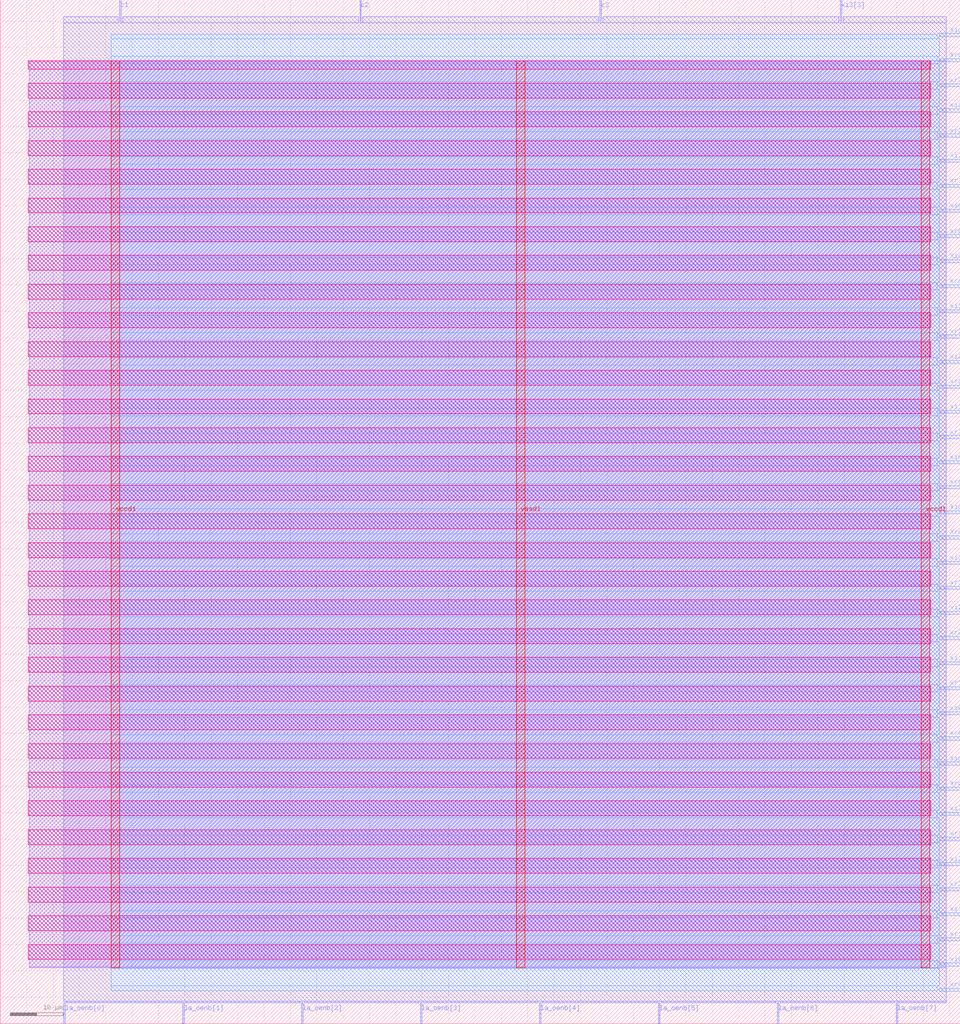
<source format=lef>
VERSION 5.7 ;
  NOWIREEXTENSIONATPIN ON ;
  DIVIDERCHAR "/" ;
  BUSBITCHARS "[]" ;
MACRO R4_butter
  CLASS BLOCK ;
  FOREIGN R4_butter ;
  ORIGIN 0.000 0.000 ;
  SIZE 182.000 BY 194.000 ;
  PIN Xio[0]
    DIRECTION OUTPUT TRISTATE ;
    USE SIGNAL ;
    PORT
      LAYER met3 ;
        RECT 178.000 49.000 182.000 49.600 ;
    END
  END Xio[0]
  PIN Xio[1]
    DIRECTION OUTPUT TRISTATE ;
    USE SIGNAL ;
    PORT
      LAYER met3 ;
        RECT 178.000 96.600 182.000 97.200 ;
    END
  END Xio[1]
  PIN Xio[2]
    DIRECTION OUTPUT TRISTATE ;
    USE SIGNAL ;
    PORT
      LAYER met3 ;
        RECT 178.000 144.200 182.000 144.800 ;
    END
  END Xio[2]
  PIN Xio[3]
    DIRECTION OUTPUT TRISTATE ;
    USE SIGNAL ;
    PORT
      LAYER met3 ;
        RECT 178.000 187.040 182.000 187.640 ;
    END
  END Xio[3]
  PIN Xro[0]
    DIRECTION OUTPUT TRISTATE ;
    USE SIGNAL ;
    PORT
      LAYER met3 ;
        RECT 178.000 44.240 182.000 44.840 ;
    END
  END Xro[0]
  PIN Xro[1]
    DIRECTION OUTPUT TRISTATE ;
    USE SIGNAL ;
    PORT
      LAYER met3 ;
        RECT 178.000 91.840 182.000 92.440 ;
    END
  END Xro[1]
  PIN Xro[2]
    DIRECTION OUTPUT TRISTATE ;
    USE SIGNAL ;
    PORT
      LAYER met3 ;
        RECT 178.000 139.440 182.000 140.040 ;
    END
  END Xro[2]
  PIN Xro[3]
    DIRECTION OUTPUT TRISTATE ;
    USE SIGNAL ;
    PORT
      LAYER met3 ;
        RECT 178.000 182.280 182.000 182.880 ;
    END
  END Xro[3]
  PIN c1
    DIRECTION INPUT ;
    USE SIGNAL ;
    PORT
      LAYER met2 ;
        RECT 22.630 190.000 22.910 194.000 ;
    END
  END c1
  PIN c2
    DIRECTION INPUT ;
    USE SIGNAL ;
    PORT
      LAYER met2 ;
        RECT 68.170 190.000 68.450 194.000 ;
    END
  END c2
  PIN c3
    DIRECTION INPUT ;
    USE SIGNAL ;
    PORT
      LAYER met2 ;
        RECT 113.710 190.000 113.990 194.000 ;
    END
  END c3
  PIN la_oenb[0]
    DIRECTION OUTPUT TRISTATE ;
    USE SIGNAL ;
    PORT
      LAYER met2 ;
        RECT 12.050 0.000 12.330 4.000 ;
    END
  END la_oenb[0]
  PIN la_oenb[1]
    DIRECTION OUTPUT TRISTATE ;
    USE SIGNAL ;
    PORT
      LAYER met2 ;
        RECT 34.590 0.000 34.870 4.000 ;
    END
  END la_oenb[1]
  PIN la_oenb[2]
    DIRECTION OUTPUT TRISTATE ;
    USE SIGNAL ;
    PORT
      LAYER met2 ;
        RECT 57.130 0.000 57.410 4.000 ;
    END
  END la_oenb[2]
  PIN la_oenb[3]
    DIRECTION OUTPUT TRISTATE ;
    USE SIGNAL ;
    PORT
      LAYER met2 ;
        RECT 79.670 0.000 79.950 4.000 ;
    END
  END la_oenb[3]
  PIN la_oenb[4]
    DIRECTION OUTPUT TRISTATE ;
    USE SIGNAL ;
    PORT
      LAYER met2 ;
        RECT 102.210 0.000 102.490 4.000 ;
    END
  END la_oenb[4]
  PIN la_oenb[5]
    DIRECTION OUTPUT TRISTATE ;
    USE SIGNAL ;
    PORT
      LAYER met2 ;
        RECT 124.750 0.000 125.030 4.000 ;
    END
  END la_oenb[5]
  PIN la_oenb[6]
    DIRECTION OUTPUT TRISTATE ;
    USE SIGNAL ;
    PORT
      LAYER met2 ;
        RECT 147.290 0.000 147.570 4.000 ;
    END
  END la_oenb[6]
  PIN la_oenb[7]
    DIRECTION OUTPUT TRISTATE ;
    USE SIGNAL ;
    PORT
      LAYER met2 ;
        RECT 169.830 0.000 170.110 4.000 ;
    END
  END la_oenb[7]
  PIN vccd1
    DIRECTION INOUT ;
    USE POWER ;
    PORT
      LAYER met4 ;
        RECT 21.040 10.640 22.640 182.480 ;
    END
    PORT
      LAYER met4 ;
        RECT 174.640 10.640 176.240 182.480 ;
    END
  END vccd1
  PIN vssd1
    DIRECTION INOUT ;
    USE GROUND ;
    PORT
      LAYER met4 ;
        RECT 97.840 10.640 99.440 182.480 ;
    END
  END vssd1
  PIN xi0[0]
    DIRECTION INPUT ;
    USE SIGNAL ;
    PORT
      LAYER met3 ;
        RECT 178.000 10.920 182.000 11.520 ;
    END
  END xi0[0]
  PIN xi0[1]
    DIRECTION INPUT ;
    USE SIGNAL ;
    PORT
      LAYER met3 ;
        RECT 178.000 58.520 182.000 59.120 ;
    END
  END xi0[1]
  PIN xi0[2]
    DIRECTION INPUT ;
    USE SIGNAL ;
    PORT
      LAYER met3 ;
        RECT 178.000 106.120 182.000 106.720 ;
    END
  END xi0[2]
  PIN xi0[3]
    DIRECTION INPUT ;
    USE SIGNAL ;
    PORT
      LAYER met3 ;
        RECT 178.000 153.720 182.000 154.320 ;
    END
  END xi0[3]
  PIN xi1[0]
    DIRECTION INPUT ;
    USE SIGNAL ;
    PORT
      LAYER met3 ;
        RECT 178.000 20.440 182.000 21.040 ;
    END
  END xi1[0]
  PIN xi1[1]
    DIRECTION INPUT ;
    USE SIGNAL ;
    PORT
      LAYER met3 ;
        RECT 178.000 68.040 182.000 68.640 ;
    END
  END xi1[1]
  PIN xi1[2]
    DIRECTION INPUT ;
    USE SIGNAL ;
    PORT
      LAYER met3 ;
        RECT 178.000 115.640 182.000 116.240 ;
    END
  END xi1[2]
  PIN xi1[3]
    DIRECTION INPUT ;
    USE SIGNAL ;
    PORT
      LAYER met3 ;
        RECT 178.000 163.240 182.000 163.840 ;
    END
  END xi1[3]
  PIN xi2[0]
    DIRECTION INPUT ;
    USE SIGNAL ;
    PORT
      LAYER met3 ;
        RECT 178.000 29.960 182.000 30.560 ;
    END
  END xi2[0]
  PIN xi2[1]
    DIRECTION INPUT ;
    USE SIGNAL ;
    PORT
      LAYER met3 ;
        RECT 178.000 77.560 182.000 78.160 ;
    END
  END xi2[1]
  PIN xi2[2]
    DIRECTION INPUT ;
    USE SIGNAL ;
    PORT
      LAYER met3 ;
        RECT 178.000 125.160 182.000 125.760 ;
    END
  END xi2[2]
  PIN xi2[3]
    DIRECTION INPUT ;
    USE SIGNAL ;
    PORT
      LAYER met3 ;
        RECT 178.000 172.760 182.000 173.360 ;
    END
  END xi2[3]
  PIN xi3[0]
    DIRECTION INPUT ;
    USE SIGNAL ;
    PORT
      LAYER met3 ;
        RECT 178.000 39.480 182.000 40.080 ;
    END
  END xi3[0]
  PIN xi3[1]
    DIRECTION INPUT ;
    USE SIGNAL ;
    PORT
      LAYER met3 ;
        RECT 178.000 87.080 182.000 87.680 ;
    END
  END xi3[1]
  PIN xi3[2]
    DIRECTION INPUT ;
    USE SIGNAL ;
    PORT
      LAYER met3 ;
        RECT 178.000 134.680 182.000 135.280 ;
    END
  END xi3[2]
  PIN xi3[3]
    DIRECTION INPUT ;
    USE SIGNAL ;
    PORT
      LAYER met2 ;
        RECT 159.250 190.000 159.530 194.000 ;
    END
  END xi3[3]
  PIN xr0[0]
    DIRECTION INPUT ;
    USE SIGNAL ;
    PORT
      LAYER met3 ;
        RECT 178.000 6.160 182.000 6.760 ;
    END
  END xr0[0]
  PIN xr0[1]
    DIRECTION INPUT ;
    USE SIGNAL ;
    PORT
      LAYER met3 ;
        RECT 178.000 53.760 182.000 54.360 ;
    END
  END xr0[1]
  PIN xr0[2]
    DIRECTION INPUT ;
    USE SIGNAL ;
    PORT
      LAYER met3 ;
        RECT 178.000 101.360 182.000 101.960 ;
    END
  END xr0[2]
  PIN xr0[3]
    DIRECTION INPUT ;
    USE SIGNAL ;
    PORT
      LAYER met3 ;
        RECT 178.000 148.960 182.000 149.560 ;
    END
  END xr0[3]
  PIN xr1[0]
    DIRECTION INPUT ;
    USE SIGNAL ;
    PORT
      LAYER met3 ;
        RECT 178.000 15.680 182.000 16.280 ;
    END
  END xr1[0]
  PIN xr1[1]
    DIRECTION INPUT ;
    USE SIGNAL ;
    PORT
      LAYER met3 ;
        RECT 178.000 63.280 182.000 63.880 ;
    END
  END xr1[1]
  PIN xr1[2]
    DIRECTION INPUT ;
    USE SIGNAL ;
    PORT
      LAYER met3 ;
        RECT 178.000 110.880 182.000 111.480 ;
    END
  END xr1[2]
  PIN xr1[3]
    DIRECTION INPUT ;
    USE SIGNAL ;
    PORT
      LAYER met3 ;
        RECT 178.000 158.480 182.000 159.080 ;
    END
  END xr1[3]
  PIN xr2[0]
    DIRECTION INPUT ;
    USE SIGNAL ;
    PORT
      LAYER met3 ;
        RECT 178.000 25.200 182.000 25.800 ;
    END
  END xr2[0]
  PIN xr2[1]
    DIRECTION INPUT ;
    USE SIGNAL ;
    PORT
      LAYER met3 ;
        RECT 178.000 72.800 182.000 73.400 ;
    END
  END xr2[1]
  PIN xr2[2]
    DIRECTION INPUT ;
    USE SIGNAL ;
    PORT
      LAYER met3 ;
        RECT 178.000 120.400 182.000 121.000 ;
    END
  END xr2[2]
  PIN xr2[3]
    DIRECTION INPUT ;
    USE SIGNAL ;
    PORT
      LAYER met3 ;
        RECT 178.000 168.000 182.000 168.600 ;
    END
  END xr2[3]
  PIN xr3[0]
    DIRECTION INPUT ;
    USE SIGNAL ;
    PORT
      LAYER met3 ;
        RECT 178.000 34.720 182.000 35.320 ;
    END
  END xr3[0]
  PIN xr3[1]
    DIRECTION INPUT ;
    USE SIGNAL ;
    PORT
      LAYER met3 ;
        RECT 178.000 82.320 182.000 82.920 ;
    END
  END xr3[1]
  PIN xr3[2]
    DIRECTION INPUT ;
    USE SIGNAL ;
    PORT
      LAYER met3 ;
        RECT 178.000 129.920 182.000 130.520 ;
    END
  END xr3[2]
  PIN xr3[3]
    DIRECTION INPUT ;
    USE SIGNAL ;
    PORT
      LAYER met3 ;
        RECT 178.000 177.520 182.000 178.120 ;
    END
  END xr3[3]
  OBS
      LAYER nwell ;
        RECT 5.330 180.825 176.370 182.430 ;
        RECT 5.330 175.385 176.370 178.215 ;
        RECT 5.330 169.945 176.370 172.775 ;
        RECT 5.330 164.505 176.370 167.335 ;
        RECT 5.330 159.065 176.370 161.895 ;
        RECT 5.330 153.625 176.370 156.455 ;
        RECT 5.330 148.185 176.370 151.015 ;
        RECT 5.330 142.745 176.370 145.575 ;
        RECT 5.330 137.305 176.370 140.135 ;
        RECT 5.330 131.865 176.370 134.695 ;
        RECT 5.330 126.425 176.370 129.255 ;
        RECT 5.330 120.985 176.370 123.815 ;
        RECT 5.330 115.545 176.370 118.375 ;
        RECT 5.330 110.105 176.370 112.935 ;
        RECT 5.330 104.665 176.370 107.495 ;
        RECT 5.330 99.225 176.370 102.055 ;
        RECT 5.330 93.785 176.370 96.615 ;
        RECT 5.330 88.345 176.370 91.175 ;
        RECT 5.330 82.905 176.370 85.735 ;
        RECT 5.330 77.465 176.370 80.295 ;
        RECT 5.330 72.025 176.370 74.855 ;
        RECT 5.330 66.585 176.370 69.415 ;
        RECT 5.330 61.145 176.370 63.975 ;
        RECT 5.330 55.705 176.370 58.535 ;
        RECT 5.330 50.265 176.370 53.095 ;
        RECT 5.330 44.825 176.370 47.655 ;
        RECT 5.330 39.385 176.370 42.215 ;
        RECT 5.330 33.945 176.370 36.775 ;
        RECT 5.330 28.505 176.370 31.335 ;
        RECT 5.330 23.065 176.370 25.895 ;
        RECT 5.330 17.625 176.370 20.455 ;
        RECT 5.330 12.185 176.370 15.015 ;
      LAYER li1 ;
        RECT 5.520 10.795 176.180 182.325 ;
      LAYER met1 ;
        RECT 5.520 10.640 179.330 182.480 ;
      LAYER met2 ;
        RECT 12.060 189.720 22.350 190.810 ;
        RECT 23.190 189.720 67.890 190.810 ;
        RECT 68.730 189.720 113.430 190.810 ;
        RECT 114.270 189.720 158.970 190.810 ;
        RECT 159.810 189.720 179.300 190.810 ;
        RECT 12.060 4.280 179.300 189.720 ;
        RECT 12.610 4.000 34.310 4.280 ;
        RECT 35.150 4.000 56.850 4.280 ;
        RECT 57.690 4.000 79.390 4.280 ;
        RECT 80.230 4.000 101.930 4.280 ;
        RECT 102.770 4.000 124.470 4.280 ;
        RECT 125.310 4.000 147.010 4.280 ;
        RECT 147.850 4.000 169.550 4.280 ;
        RECT 170.390 4.000 179.300 4.280 ;
      LAYER met3 ;
        RECT 21.050 186.640 177.600 187.505 ;
        RECT 21.050 183.280 178.000 186.640 ;
        RECT 21.050 181.880 177.600 183.280 ;
        RECT 21.050 178.520 178.000 181.880 ;
        RECT 21.050 177.120 177.600 178.520 ;
        RECT 21.050 173.760 178.000 177.120 ;
        RECT 21.050 172.360 177.600 173.760 ;
        RECT 21.050 169.000 178.000 172.360 ;
        RECT 21.050 167.600 177.600 169.000 ;
        RECT 21.050 164.240 178.000 167.600 ;
        RECT 21.050 162.840 177.600 164.240 ;
        RECT 21.050 159.480 178.000 162.840 ;
        RECT 21.050 158.080 177.600 159.480 ;
        RECT 21.050 154.720 178.000 158.080 ;
        RECT 21.050 153.320 177.600 154.720 ;
        RECT 21.050 149.960 178.000 153.320 ;
        RECT 21.050 148.560 177.600 149.960 ;
        RECT 21.050 145.200 178.000 148.560 ;
        RECT 21.050 143.800 177.600 145.200 ;
        RECT 21.050 140.440 178.000 143.800 ;
        RECT 21.050 139.040 177.600 140.440 ;
        RECT 21.050 135.680 178.000 139.040 ;
        RECT 21.050 134.280 177.600 135.680 ;
        RECT 21.050 130.920 178.000 134.280 ;
        RECT 21.050 129.520 177.600 130.920 ;
        RECT 21.050 126.160 178.000 129.520 ;
        RECT 21.050 124.760 177.600 126.160 ;
        RECT 21.050 121.400 178.000 124.760 ;
        RECT 21.050 120.000 177.600 121.400 ;
        RECT 21.050 116.640 178.000 120.000 ;
        RECT 21.050 115.240 177.600 116.640 ;
        RECT 21.050 111.880 178.000 115.240 ;
        RECT 21.050 110.480 177.600 111.880 ;
        RECT 21.050 107.120 178.000 110.480 ;
        RECT 21.050 105.720 177.600 107.120 ;
        RECT 21.050 102.360 178.000 105.720 ;
        RECT 21.050 100.960 177.600 102.360 ;
        RECT 21.050 97.600 178.000 100.960 ;
        RECT 21.050 96.200 177.600 97.600 ;
        RECT 21.050 92.840 178.000 96.200 ;
        RECT 21.050 91.440 177.600 92.840 ;
        RECT 21.050 88.080 178.000 91.440 ;
        RECT 21.050 86.680 177.600 88.080 ;
        RECT 21.050 83.320 178.000 86.680 ;
        RECT 21.050 81.920 177.600 83.320 ;
        RECT 21.050 78.560 178.000 81.920 ;
        RECT 21.050 77.160 177.600 78.560 ;
        RECT 21.050 73.800 178.000 77.160 ;
        RECT 21.050 72.400 177.600 73.800 ;
        RECT 21.050 69.040 178.000 72.400 ;
        RECT 21.050 67.640 177.600 69.040 ;
        RECT 21.050 64.280 178.000 67.640 ;
        RECT 21.050 62.880 177.600 64.280 ;
        RECT 21.050 59.520 178.000 62.880 ;
        RECT 21.050 58.120 177.600 59.520 ;
        RECT 21.050 54.760 178.000 58.120 ;
        RECT 21.050 53.360 177.600 54.760 ;
        RECT 21.050 50.000 178.000 53.360 ;
        RECT 21.050 48.600 177.600 50.000 ;
        RECT 21.050 45.240 178.000 48.600 ;
        RECT 21.050 43.840 177.600 45.240 ;
        RECT 21.050 40.480 178.000 43.840 ;
        RECT 21.050 39.080 177.600 40.480 ;
        RECT 21.050 35.720 178.000 39.080 ;
        RECT 21.050 34.320 177.600 35.720 ;
        RECT 21.050 30.960 178.000 34.320 ;
        RECT 21.050 29.560 177.600 30.960 ;
        RECT 21.050 26.200 178.000 29.560 ;
        RECT 21.050 24.800 177.600 26.200 ;
        RECT 21.050 21.440 178.000 24.800 ;
        RECT 21.050 20.040 177.600 21.440 ;
        RECT 21.050 16.680 178.000 20.040 ;
        RECT 21.050 15.280 177.600 16.680 ;
        RECT 21.050 11.920 178.000 15.280 ;
        RECT 21.050 10.520 177.600 11.920 ;
        RECT 21.050 7.160 178.000 10.520 ;
        RECT 21.050 6.295 177.600 7.160 ;
  END
END R4_butter
END LIBRARY


</source>
